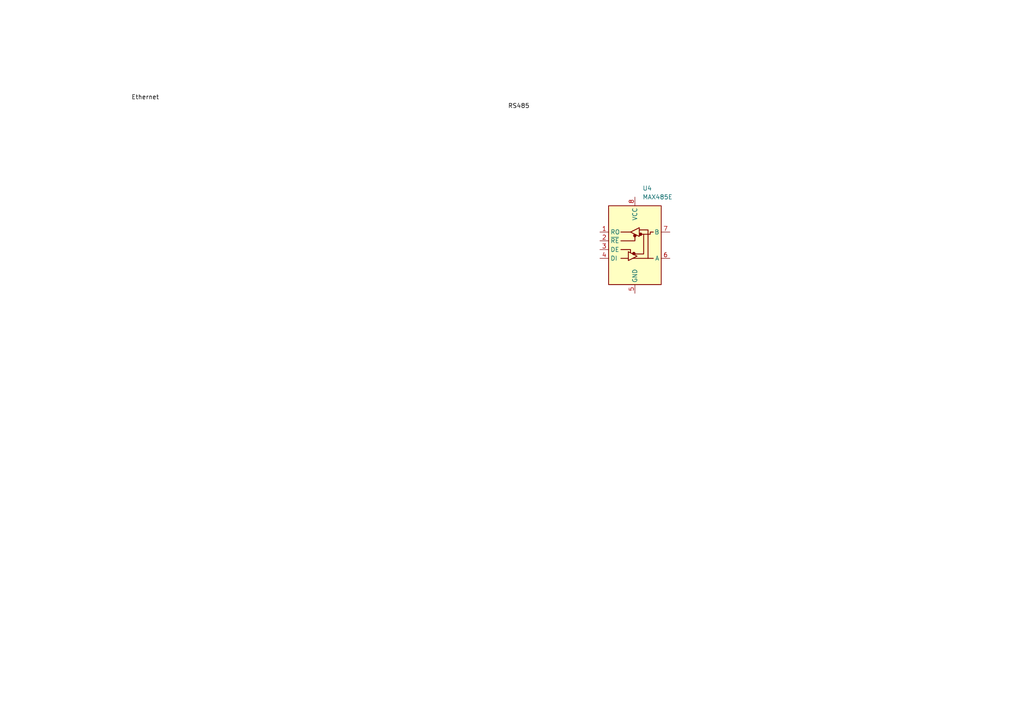
<source format=kicad_sch>
(kicad_sch (version 20231120) (generator "eeschema") (generator_version "8.0")
  (paper "A4")
  (lib_symbols
    (symbol "Interface_UART:MAX485E"
      (property "Reference" "U" (at -6.096 11.43 0))
      (property "Value" "MAX485E" (at 0.762 11.43 0))
      (symbol "MAX485E_0_1"
        (rectangle (start -7.62 10.16) (end 7.62 -12.7) (stroke (width 0.254)) (fill (type background)))
        (circle (center -0.3048 -3.683) (radius 0.3556) (stroke (width 0.254)) (fill (type outline)))
        (circle (center -0.0254 1.4986) (radius 0.3556) (stroke (width 0.254)) (fill (type outline)))
        (polyline (pts (xy -4.064 -5.08) (xy -1.905 -5.08)) (stroke (width 0.254)))
        (polyline (pts (xy -4.064 2.54) (xy -1.27 2.54)) (stroke (width 0.254)))
        (polyline (pts (xy -1.27 -3.2004) (xy -1.27 -3.4544)) (stroke (width 0.254)))
        (polyline (pts (xy -0.635 -5.08) (xy 5.334 -5.08)) (stroke (width 0.254)))
        (polyline (pts (xy -4.064 -2.54) (xy -1.27 -2.54) (xy -1.27 -3.175)) (stroke (width 0.254)))
        (polyline (pts (xy 0 1.27) (xy 0 0) (xy -4.064 0)) (stroke (width 0.254)))
        (polyline (pts (xy 1.27 3.175) (xy 3.81 3.175) (xy 3.81 -5.08)) (stroke (width 0.254)))
        (polyline (pts (xy 2.54 1.905) (xy 2.54 -3.81) (xy 0 -3.81)) (stroke (width 0.254)))
        (polyline (pts (xy -1.905 -3.175) (xy -1.905 -5.715) (xy 0.635 -4.445) (xy -1.905 -3.175)) (stroke (width 0.254)))
        (polyline (pts (xy -1.27 2.54) (xy 1.27 3.81) (xy 1.27 1.27) (xy -1.27 2.54)) (stroke (width 0.254)))
        (polyline (pts (xy 1.905 1.905) (xy 4.445 1.905) (xy 4.445 2.54) (xy 5.334 2.54)) (stroke (width 0.254)))
        (rectangle (start 1.27 3.175) (end 1.27 3.175))
        (circle (center 1.651 1.905) (radius 0.3556) (stroke (width 0.254)) (fill (type outline)))
      )
      (symbol "MAX485E_1_1"
        (pin output line (at -10.16 2.54 0) (length 2.54) (name "RO") (number "1"))
        (pin input line (at -10.16 0 0) (length 2.54) (name "~{RE}") (number "2"))
        (pin input line (at -10.16 -2.54 0) (length 2.54) (name "DE") (number "3"))
        (pin input line (at -10.16 -5.08 0) (length 2.54) (name "DI") (number "4"))
        (pin power_in line (at 0 -15.24 90) (length 2.54) (name "GND") (number "5"))
        (pin bidirectional line (at 10.16 -5.08 180) (length 2.54) (name "A") (number "6"))
        (pin bidirectional line (at 10.16 2.54 180) (length 2.54) (name "B") (number "7"))
        (pin power_in line (at 0 12.7 270) (length 2.54) (name "VCC") (number "8"))
      )
    )
  )
  (label "Ethernet" (at 38.1 29.21 0))
  (label "RS485" (at 147.32 31.75 0))
  (symbol (lib_id "Interface_UART:MAX485E") (at 184.15 69.85 0) (unit 1)
    (property "Reference" "U4" (at 186.3441 54.61 0) (effects (justify left)))
    (property "Value" "MAX485E" (at 186.3441 57.15 0) (effects (justify left)))
    (property "Datasheet" "https://datasheets.maximintegrated.com/en/ds/MAX1487E-MAX491E.pdf" (effects (hide yes)))
    (property "Description" "Half duplex RS-485/RS-422, 2.5 Mbps, ±15kV electro-static discharge (ESD) protection, no slew-rate, no low-power shutdown, with receiver/driver enable, 32 receiver drive capability, DIP-8 and SOIC-8" (effects (hide yes)))
  )
)
</source>
